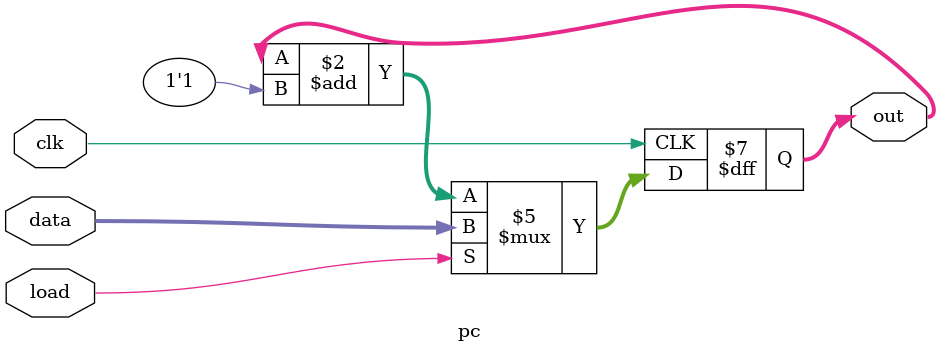
<source format=v>
module pc
#(
	parameter NBADD = 10
)
(
	input 				     clk, load,
	input 	  [NBADD-1:0] data,
	output reg [NBADD-1:0] out
);

initial begin 
	out = 0;
end

always @ (posedge clk) begin
	if (load)
		out <= data;
	else
		out <= out + 1'd1;
end

endmodule

</source>
